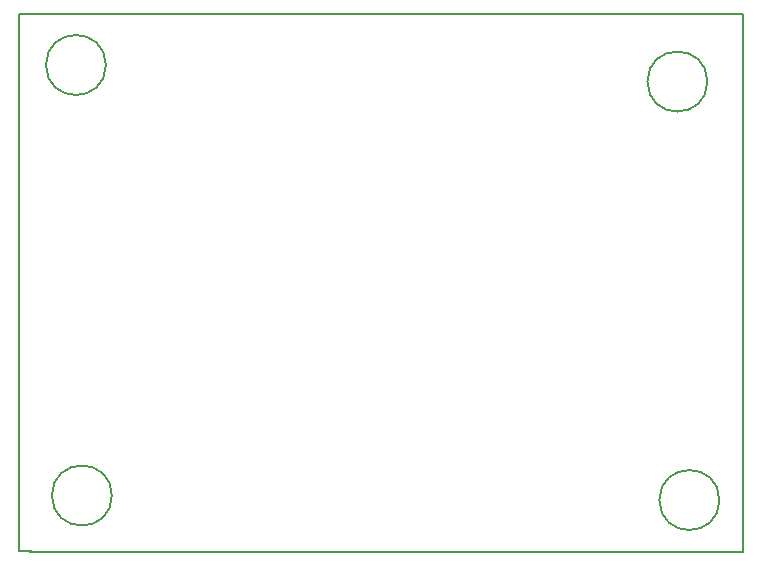
<source format=gbr>
G04 (created by PCBNEW (2013-07-07 BZR 4022)-stable) date 30/04/2014 12:17:37*
%MOIN*%
G04 Gerber Fmt 3.4, Leading zero omitted, Abs format*
%FSLAX34Y34*%
G01*
G70*
G90*
G04 APERTURE LIST*
%ADD10C,0.00590551*%
G04 APERTURE END LIST*
G54D10*
X69755Y-48358D02*
X70188Y-48358D01*
X69755Y-30452D02*
X69755Y-48358D01*
X93885Y-30452D02*
X69755Y-30452D01*
X93885Y-48370D02*
X93885Y-30452D01*
X70118Y-48370D02*
X93885Y-48370D01*
X72850Y-46500D02*
G75*
G03X72850Y-46500I-1000J0D01*
G74*
G01*
X93100Y-46650D02*
G75*
G03X93100Y-46650I-1000J0D01*
G74*
G01*
X92700Y-32700D02*
G75*
G03X92700Y-32700I-1000J0D01*
G74*
G01*
X72650Y-32150D02*
G75*
G03X72650Y-32150I-1000J0D01*
G74*
G01*
M02*

</source>
